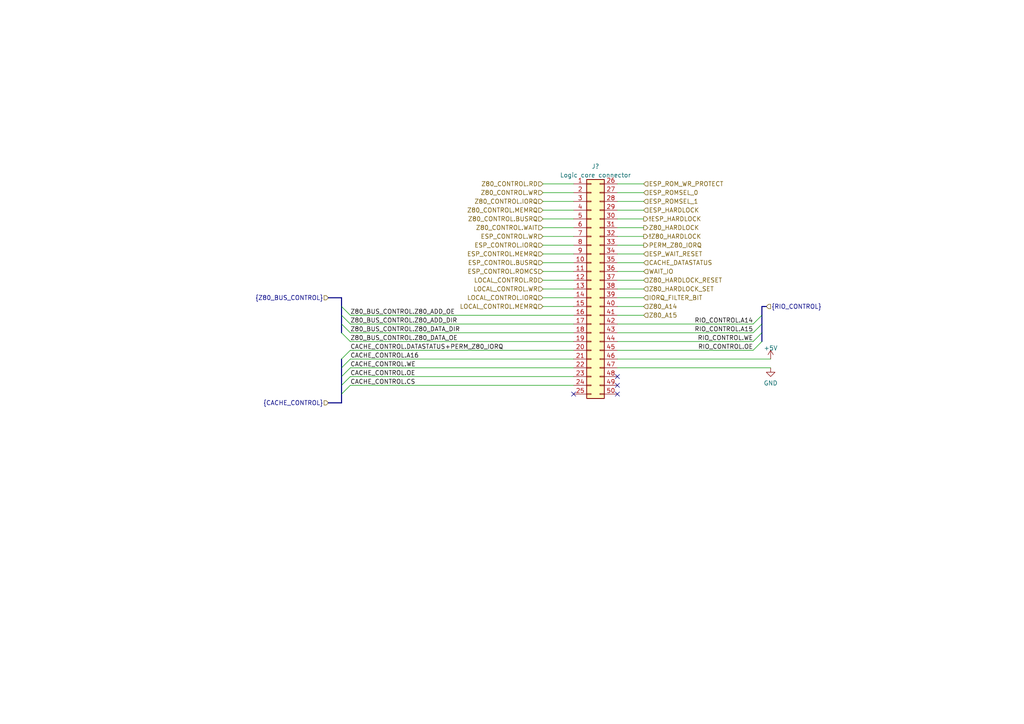
<source format=kicad_sch>
(kicad_sch (version 20230121) (generator eeschema)
  (paper "A4")
  (lib_symbols
    (symbol "Connector_Generic:Conn_02x25_Top_Bottom" (pin_names (offset 1.016) hide)
      (property "Reference" "J" (at 1.27 33.02 0))
      (property "Value" "Conn_02x25_Top_Bottom" (at 1.27 -33.02 0))
      (symbol "Conn_02x25_Top_Bottom_1_1"
        (rectangle (start -1.27 -30.353) (end 0 -30.607) (stroke (width 0.1524)))
        (rectangle (start -1.27 -27.813) (end 0 -28.067) (stroke (width 0.1524)))
        (rectangle (start -1.27 -25.273) (end 0 -25.527) (stroke (width 0.1524)))
        (rectangle (start -1.27 -22.733) (end 0 -22.987) (stroke (width 0.1524)))
        (rectangle (start -1.27 -20.193) (end 0 -20.447) (stroke (width 0.1524)))
        (rectangle (start -1.27 -17.653) (end 0 -17.907) (stroke (width 0.1524)))
        (rectangle (start -1.27 -15.113) (end 0 -15.367) (stroke (width 0.1524)))
        (rectangle (start -1.27 -12.573) (end 0 -12.827) (stroke (width 0.1524)))
        (rectangle (start -1.27 -10.033) (end 0 -10.287) (stroke (width 0.1524)))
        (rectangle (start -1.27 -7.493) (end 0 -7.747) (stroke (width 0.1524)))
        (rectangle (start -1.27 -4.953) (end 0 -5.207) (stroke (width 0.1524)))
        (rectangle (start -1.27 -2.413) (end 0 -2.667) (stroke (width 0.1524)))
        (rectangle (start -1.27 0.127) (end 0 -0.127) (stroke (width 0.1524)))
        (rectangle (start -1.27 2.667) (end 0 2.413) (stroke (width 0.1524)))
        (rectangle (start -1.27 5.207) (end 0 4.953) (stroke (width 0.1524)))
        (rectangle (start -1.27 7.747) (end 0 7.493) (stroke (width 0.1524)))
        (rectangle (start -1.27 10.287) (end 0 10.033) (stroke (width 0.1524)))
        (rectangle (start -1.27 12.827) (end 0 12.573) (stroke (width 0.1524)))
        (rectangle (start -1.27 15.367) (end 0 15.113) (stroke (width 0.1524)))
        (rectangle (start -1.27 17.907) (end 0 17.653) (stroke (width 0.1524)))
        (rectangle (start -1.27 20.447) (end 0 20.193) (stroke (width 0.1524)))
        (rectangle (start -1.27 22.987) (end 0 22.733) (stroke (width 0.1524)))
        (rectangle (start -1.27 25.527) (end 0 25.273) (stroke (width 0.1524)))
        (rectangle (start -1.27 28.067) (end 0 27.813) (stroke (width 0.1524)))
        (rectangle (start -1.27 30.607) (end 0 30.353) (stroke (width 0.1524)))
        (rectangle (start -1.27 31.75) (end 3.81 -31.75) (stroke (width 0.254)) (fill (type background)))
        (rectangle (start 3.81 -30.353) (end 2.54 -30.607) (stroke (width 0.1524)))
        (rectangle (start 3.81 -27.813) (end 2.54 -28.067) (stroke (width 0.1524)))
        (rectangle (start 3.81 -25.273) (end 2.54 -25.527) (stroke (width 0.1524)))
        (rectangle (start 3.81 -22.733) (end 2.54 -22.987) (stroke (width 0.1524)))
        (rectangle (start 3.81 -20.193) (end 2.54 -20.447) (stroke (width 0.1524)))
        (rectangle (start 3.81 -17.653) (end 2.54 -17.907) (stroke (width 0.1524)))
        (rectangle (start 3.81 -15.113) (end 2.54 -15.367) (stroke (width 0.1524)))
        (rectangle (start 3.81 -12.573) (end 2.54 -12.827) (stroke (width 0.1524)))
        (rectangle (start 3.81 -10.033) (end 2.54 -10.287) (stroke (width 0.1524)))
        (rectangle (start 3.81 -7.493) (end 2.54 -7.747) (stroke (width 0.1524)))
        (rectangle (start 3.81 -4.953) (end 2.54 -5.207) (stroke (width 0.1524)))
        (rectangle (start 3.81 -2.413) (end 2.54 -2.667) (stroke (width 0.1524)))
        (rectangle (start 3.81 0.127) (end 2.54 -0.127) (stroke (width 0.1524)))
        (rectangle (start 3.81 2.667) (end 2.54 2.413) (stroke (width 0.1524)))
        (rectangle (start 3.81 5.207) (end 2.54 4.953) (stroke (width 0.1524)))
        (rectangle (start 3.81 7.747) (end 2.54 7.493) (stroke (width 0.1524)))
        (rectangle (start 3.81 10.287) (end 2.54 10.033) (stroke (width 0.1524)))
        (rectangle (start 3.81 12.827) (end 2.54 12.573) (stroke (width 0.1524)))
        (rectangle (start 3.81 15.367) (end 2.54 15.113) (stroke (width 0.1524)))
        (rectangle (start 3.81 17.907) (end 2.54 17.653) (stroke (width 0.1524)))
        (rectangle (start 3.81 20.447) (end 2.54 20.193) (stroke (width 0.1524)))
        (rectangle (start 3.81 22.987) (end 2.54 22.733) (stroke (width 0.1524)))
        (rectangle (start 3.81 25.527) (end 2.54 25.273) (stroke (width 0.1524)))
        (rectangle (start 3.81 28.067) (end 2.54 27.813) (stroke (width 0.1524)))
        (rectangle (start 3.81 30.607) (end 2.54 30.353) (stroke (width 0.1524)))
        (pin passive line (at -5.08 30.48 0) (length 3.81) (name "Pin_1") (number "1"))
        (pin passive line (at -5.08 7.62 0) (length 3.81) (name "Pin_10") (number "10"))
        (pin passive line (at -5.08 5.08 0) (length 3.81) (name "Pin_11") (number "11"))
        (pin passive line (at -5.08 2.54 0) (length 3.81) (name "Pin_12") (number "12"))
        (pin passive line (at -5.08 0 0) (length 3.81) (name "Pin_13") (number "13"))
        (pin passive line (at -5.08 -2.54 0) (length 3.81) (name "Pin_14") (number "14"))
        (pin passive line (at -5.08 -5.08 0) (length 3.81) (name "Pin_15") (number "15"))
        (pin passive line (at -5.08 -7.62 0) (length 3.81) (name "Pin_16") (number "16"))
        (pin passive line (at -5.08 -10.16 0) (length 3.81) (name "Pin_17") (number "17"))
        (pin passive line (at -5.08 -12.7 0) (length 3.81) (name "Pin_18") (number "18"))
        (pin passive line (at -5.08 -15.24 0) (length 3.81) (name "Pin_19") (number "19"))
        (pin passive line (at -5.08 27.94 0) (length 3.81) (name "Pin_2") (number "2"))
        (pin passive line (at -5.08 -17.78 0) (length 3.81) (name "Pin_20") (number "20"))
        (pin passive line (at -5.08 -20.32 0) (length 3.81) (name "Pin_21") (number "21"))
        (pin passive line (at -5.08 -22.86 0) (length 3.81) (name "Pin_22") (number "22"))
        (pin passive line (at -5.08 -25.4 0) (length 3.81) (name "Pin_23") (number "23"))
        (pin passive line (at -5.08 -27.94 0) (length 3.81) (name "Pin_24") (number "24"))
        (pin passive line (at -5.08 -30.48 0) (length 3.81) (name "Pin_25") (number "25"))
        (pin passive line (at 7.62 30.48 180) (length 3.81) (name "Pin_26") (number "26"))
        (pin passive line (at 7.62 27.94 180) (length 3.81) (name "Pin_27") (number "27"))
        (pin passive line (at 7.62 25.4 180) (length 3.81) (name "Pin_28") (number "28"))
        (pin passive line (at 7.62 22.86 180) (length 3.81) (name "Pin_29") (number "29"))
        (pin passive line (at -5.08 25.4 0) (length 3.81) (name "Pin_3") (number "3"))
        (pin passive line (at 7.62 20.32 180) (length 3.81) (name "Pin_30") (number "30"))
        (pin passive line (at 7.62 17.78 180) (length 3.81) (name "Pin_31") (number "31"))
        (pin passive line (at 7.62 15.24 180) (length 3.81) (name "Pin_32") (number "32"))
        (pin passive line (at 7.62 12.7 180) (length 3.81) (name "Pin_33") (number "33"))
        (pin passive line (at 7.62 10.16 180) (length 3.81) (name "Pin_34") (number "34"))
        (pin passive line (at 7.62 7.62 180) (length 3.81) (name "Pin_35") (number "35"))
        (pin passive line (at 7.62 5.08 180) (length 3.81) (name "Pin_36") (number "36"))
        (pin passive line (at 7.62 2.54 180) (length 3.81) (name "Pin_37") (number "37"))
        (pin passive line (at 7.62 0 180) (length 3.81) (name "Pin_38") (number "38"))
        (pin passive line (at 7.62 -2.54 180) (length 3.81) (name "Pin_39") (number "39"))
        (pin passive line (at -5.08 22.86 0) (length 3.81) (name "Pin_4") (number "4"))
        (pin passive line (at 7.62 -5.08 180) (length 3.81) (name "Pin_40") (number "40"))
        (pin passive line (at 7.62 -7.62 180) (length 3.81) (name "Pin_41") (number "41"))
        (pin passive line (at 7.62 -10.16 180) (length 3.81) (name "Pin_42") (number "42"))
        (pin passive line (at 7.62 -12.7 180) (length 3.81) (name "Pin_43") (number "43"))
        (pin passive line (at 7.62 -15.24 180) (length 3.81) (name "Pin_44") (number "44"))
        (pin passive line (at 7.62 -17.78 180) (length 3.81) (name "Pin_45") (number "45"))
        (pin passive line (at 7.62 -20.32 180) (length 3.81) (name "Pin_46") (number "46"))
        (pin passive line (at 7.62 -22.86 180) (length 3.81) (name "Pin_47") (number "47"))
        (pin passive line (at 7.62 -25.4 180) (length 3.81) (name "Pin_48") (number "48"))
        (pin passive line (at 7.62 -27.94 180) (length 3.81) (name "Pin_49") (number "49"))
        (pin passive line (at -5.08 20.32 0) (length 3.81) (name "Pin_5") (number "5"))
        (pin passive line (at 7.62 -30.48 180) (length 3.81) (name "Pin_50") (number "50"))
        (pin passive line (at -5.08 17.78 0) (length 3.81) (name "Pin_6") (number "6"))
        (pin passive line (at -5.08 15.24 0) (length 3.81) (name "Pin_7") (number "7"))
        (pin passive line (at -5.08 12.7 0) (length 3.81) (name "Pin_8") (number "8"))
        (pin passive line (at -5.08 10.16 0) (length 3.81) (name "Pin_9") (number "9"))
      )
    )
    (symbol "power:+5V" (power) (pin_names (offset 0))
      (property "Value" "+5V" (at 0 3.556 0))
      (symbol "+5V_0_1"
        (polyline (pts (xy -0.762 1.27) (xy 0 2.54)))
        (polyline (pts (xy 0 0) (xy 0 2.54)))
        (polyline (pts (xy 0 2.54) (xy 0.762 1.27)))
      )
      (symbol "+5V_1_1"
        (pin power_in line (at 0 0 90) (length 0) hide (name "+5V") (number "1"))
      )
    )
    (symbol "power:GND" (power) (pin_names (offset 0))
      (property "Value" "GND" (at 0 -3.81 0))
      (symbol "GND_0_1"
        (polyline (pts (xy 0 0) (xy 0 -1.27) (xy 1.27 -1.27) (xy 0 -2.54) (xy -1.27 -1.27) (xy 0 -1.27)))
      )
      (symbol "GND_1_1"
        (pin power_in line (at 0 0 270) (length 0) hide (name "GND") (number "1"))
      )
    )
  )
  (no_connect (at 179.07 114.3))
  (no_connect (at 179.07 111.76))
  (no_connect (at 179.07 109.22))
  (no_connect (at 166.37 114.3))
  (bus_entry (at 99.06 91.44) (size 2.54 2.54))
  (bus_entry (at 101.6 101.6) (size -2.54 2.54))
  (bus_entry (at 218.44 99.06) (size 2.54 -2.54))
  (bus_entry (at 101.6 106.68) (size -2.54 2.54))
  (bus_entry (at 218.44 101.6) (size 2.54 -2.54))
  (bus_entry (at 218.44 93.98) (size 2.54 -2.54))
  (bus_entry (at 101.6 111.76) (size -2.54 2.54))
  (bus_entry (at 99.06 96.52) (size 2.54 2.54))
  (bus_entry (at 101.6 104.14) (size -2.54 2.54))
  (bus_entry (at 99.06 93.98) (size 2.54 2.54))
  (bus_entry (at 99.06 88.9) (size 2.54 2.54))
  (bus_entry (at 101.6 109.22) (size -2.54 2.54))
  (bus_entry (at 218.44 96.52) (size 2.54 -2.54))
  (bus (pts (xy 220.98 96.52) (xy 220.98 99.06)))
  (bus (pts (xy 99.06 109.22) (xy 99.06 111.76)))
  (wire (pts (xy 179.07 106.68) (xy 223.52 106.68)))
  (bus (pts (xy 220.98 88.9) (xy 220.98 91.44)))
  (bus (pts (xy 99.06 106.68) (xy 99.06 109.22)))
  (wire (pts (xy 101.6 93.98) (xy 166.37 93.98)))
  (wire (pts (xy 101.6 106.68) (xy 166.37 106.68)))
  (wire (pts (xy 166.37 63.5) (xy 157.48 63.5)))
  (wire (pts (xy 166.37 81.28) (xy 157.48 81.28)))
  (wire (pts (xy 101.6 109.22) (xy 166.37 109.22)))
  (wire (pts (xy 179.07 55.88) (xy 186.69 55.88)))
  (bus (pts (xy 95.25 86.36) (xy 99.06 86.36)))
  (bus (pts (xy 99.06 104.14) (xy 99.06 106.68)))
  (wire (pts (xy 166.37 71.12) (xy 157.48 71.12)))
  (wire (pts (xy 179.07 63.5) (xy 186.69 63.5)))
  (wire (pts (xy 101.6 111.76) (xy 166.37 111.76)))
  (wire (pts (xy 166.37 68.58) (xy 157.48 68.58)))
  (wire (pts (xy 101.6 99.06) (xy 166.37 99.06)))
  (wire (pts (xy 186.69 76.2) (xy 179.07 76.2)))
  (wire (pts (xy 179.07 88.9) (xy 186.69 88.9)))
  (wire (pts (xy 179.07 91.44) (xy 186.69 91.44)))
  (wire (pts (xy 179.07 101.6) (xy 218.44 101.6)))
  (wire (pts (xy 179.07 86.36) (xy 186.69 86.36)))
  (wire (pts (xy 166.37 73.66) (xy 157.48 73.66)))
  (wire (pts (xy 166.37 76.2) (xy 157.48 76.2)))
  (wire (pts (xy 179.07 104.14) (xy 223.52 104.14)))
  (wire (pts (xy 101.6 104.14) (xy 166.37 104.14)))
  (wire (pts (xy 179.07 99.06) (xy 218.44 99.06)))
  (wire (pts (xy 157.48 58.42) (xy 166.37 58.42)))
  (wire (pts (xy 179.07 53.34) (xy 186.69 53.34)))
  (wire (pts (xy 166.37 55.88) (xy 157.48 55.88)))
  (bus (pts (xy 99.06 88.9) (xy 99.06 91.44)))
  (wire (pts (xy 166.37 86.36) (xy 157.48 86.36)))
  (wire (pts (xy 101.6 91.44) (xy 166.37 91.44)))
  (wire (pts (xy 101.6 96.52) (xy 166.37 96.52)))
  (bus (pts (xy 220.98 91.44) (xy 220.98 93.98)))
  (wire (pts (xy 186.69 66.04) (xy 179.07 66.04)))
  (bus (pts (xy 99.06 93.98) (xy 99.06 96.52)))
  (wire (pts (xy 179.07 83.82) (xy 186.69 83.82)))
  (bus (pts (xy 99.06 86.36) (xy 99.06 88.9)))
  (wire (pts (xy 179.07 68.58) (xy 186.69 68.58)))
  (wire (pts (xy 166.37 83.82) (xy 157.48 83.82)))
  (wire (pts (xy 166.37 78.74) (xy 157.48 78.74)))
  (wire (pts (xy 179.07 73.66) (xy 186.69 73.66)))
  (wire (pts (xy 166.37 53.34) (xy 157.48 53.34)))
  (bus (pts (xy 99.06 111.76) (xy 99.06 114.3)))
  (bus (pts (xy 99.06 116.84) (xy 95.25 116.84)))
  (wire (pts (xy 179.07 78.74) (xy 186.69 78.74)))
  (wire (pts (xy 186.69 58.42) (xy 179.07 58.42)))
  (bus (pts (xy 99.06 114.3) (xy 99.06 116.84)))
  (wire (pts (xy 179.07 81.28) (xy 186.69 81.28)))
  (wire (pts (xy 179.07 60.96) (xy 186.69 60.96)))
  (wire (pts (xy 179.07 96.52) (xy 218.44 96.52)))
  (bus (pts (xy 99.06 91.44) (xy 99.06 93.98)))
  (wire (pts (xy 166.37 66.04) (xy 157.48 66.04)))
  (bus (pts (xy 222.25 88.9) (xy 220.98 88.9)))
  (wire (pts (xy 166.37 88.9) (xy 157.48 88.9)))
  (wire (pts (xy 166.37 60.96) (xy 157.48 60.96)))
  (bus (pts (xy 220.98 93.98) (xy 220.98 96.52)))
  (wire (pts (xy 179.07 93.98) (xy 218.44 93.98)))
  (wire (pts (xy 101.6 101.6) (xy 166.37 101.6)))
  (wire (pts (xy 179.07 71.12) (xy 186.69 71.12)))
  (label "Z80_BUS_CONTROL.Z80_ADD_DIR" (at 101.6 93.98 0))
  (label "CACHE_CONTROL.CS" (at 101.6 111.76 0))
  (label "CACHE_CONTROL.WE" (at 101.6 106.68 0))
  (label "CACHE_CONTROL.OE" (at 101.6 109.22 0))
  (label "RIO_CONTROL.WE" (at 218.44 99.06 180))
  (label "CACHE_CONTROL.DATASTATUS+PERM_Z80_IORQ" (at 101.6 101.6 0))
  (label "Z80_BUS_CONTROL.Z80_ADD_OE" (at 101.6 91.44 0))
  (label "Z80_BUS_CONTROL.Z80_DATA_OE" (at 101.6 99.06 0))
  (label "RIO_CONTROL.A14" (at 218.44 93.98 180))
  (label "RIO_CONTROL.OE" (at 218.44 101.6 180))
  (label "Z80_BUS_CONTROL.Z80_DATA_DIR" (at 101.6 96.52 0))
  (label "RIO_CONTROL.A15" (at 218.44 96.52 180))
  (label "CACHE_CONTROL.A16" (at 101.6 104.14 0))
  (hierarchical_label "WAIT_IO" (shape input) (at 186.69 78.74 0))
  (hierarchical_label "Z80_A14" (shape input) (at 186.69 88.9 0))
  (hierarchical_label "ESP_WAIT_RESET" (shape input) (at 186.69 73.66 0))
  (hierarchical_label "Z80_HARDLOCK_SET" (shape input) (at 186.69 83.82 0))
  (hierarchical_label "ESP_CONTROL.MEMRQ" (shape input) (at 157.48 73.66 180))
  (hierarchical_label "LOCAL_CONTROL.WR" (shape input) (at 157.48 83.82 180))
  (hierarchical_label "Z80_CONTROL.MEMRQ" (shape input) (at 157.48 60.96 180))
  (hierarchical_label "ESP_ROM_WR_PROTECT" (shape input) (at 186.69 53.34 0))
  (hierarchical_label "ESP_CONTROL.IORQ" (shape input) (at 157.48 71.12 180))
  (hierarchical_label "Z80_CONTROL.IORQ" (shape input) (at 157.48 58.42 180))
  (hierarchical_label "Z80_CONTROL.RD" (shape input) (at 157.48 53.34 180))
  (hierarchical_label "Z80_HARDLOCK_RESET" (shape input) (at 186.69 81.28 0))
  (hierarchical_label "{CACHE_CONTROL}" (shape input) (at 95.25 116.84 180))
  (hierarchical_label "LOCAL_CONTROL.IORQ" (shape input) (at 157.48 86.36 180))
  (hierarchical_label "ESP_ROMSEL_0" (shape input) (at 186.69 55.88 0))
  (hierarchical_label "Z80_CONTROL.BUSRQ" (shape input) (at 157.48 63.5 180))
  (hierarchical_label "LOCAL_CONTROL.RD" (shape input) (at 157.48 81.28 180))
  (hierarchical_label "CACHE_DATASTATUS" (shape input) (at 186.69 76.2 0))
  (hierarchical_label "IORQ_FILTER_BIT" (shape input) (at 186.69 86.36 0))
  (hierarchical_label "Z80_CONTROL.WR" (shape input) (at 157.48 55.88 180))
  (hierarchical_label "ESP_HARDLOCK" (shape input) (at 186.69 60.96 0))
  (hierarchical_label "PERM_Z80_IORQ" (shape output) (at 186.69 71.12 0))
  (hierarchical_label "ESP_ROMSEL_1" (shape input) (at 186.69 58.42 0))
  (hierarchical_label "ESP_CONTROL.WR" (shape input) (at 157.48 68.58 180))
  (hierarchical_label "{Z80_BUS_CONTROL}" (shape input) (at 95.25 86.36 180))
  (hierarchical_label "ESP_CONTROL.BUSRQ" (shape input) (at 157.48 76.2 180))
  (hierarchical_label "LOCAL_CONTROL.MEMRQ" (shape input) (at 157.48 88.9 180))
  (hierarchical_label "ESP_CONTROL.ROMCS" (shape input) (at 157.48 78.74 180))
  (hierarchical_label "!ESP_HARDLOCK" (shape output) (at 186.69 63.5 0))
  (hierarchical_label "{RIO_CONTROL}" (shape input) (at 222.25 88.9 0))
  (hierarchical_label "Z80_HARDLOCK" (shape output) (at 186.69 66.04 0))
  (hierarchical_label "!Z80_HARDLOCK" (shape output) (at 186.69 68.58 0))
  (hierarchical_label "Z80_CONTROL.WAIT" (shape input) (at 157.48 66.04 180))
  (hierarchical_label "Z80_A15" (shape input) (at 186.69 91.44 0))
  (symbol (lib_id "power:+5V") (at 223.52 104.14 0) (unit 1)
    (property "Reference" "#PWR071" (effects hide))
    (property "Value" "+5V" (at 223.52 100.965 0))
    (instances (project "FujiNet_Z80Bus_ReferenceDesign" (path "" (reference "#PWR071") (unit 1)) (path "" (reference "#PWR073") (unit 1))) (project "GLUE_ZXspectrum" (path "" (reference "#PWR077") (unit 1))))
  )
  (symbol (lib_id "power:GND") (at 223.52 106.68 0) (unit 1)
    (property "Reference" "#PWR072" (effects hide))
    (property "Value" "GND" (at 223.52 111.125 0))
    (instances (project "FujiNet_Z80Bus_ReferenceDesign" (path "" (reference "#PWR072") (unit 1)) (path "" (reference "#PWR074") (unit 1))) (project "GLUE_ZXspectrum" (path "" (reference "#PWR078") (unit 1))))
  )
  (symbol (lib_id "Connector_Generic:Conn_02x25_Top_Bottom") (at 171.45 83.82 0) (unit 1)
    (property "Reference" "J?" (at 172.72 48.26 0))
    (property "Value" "Logic core connector" (at 172.72 50.8 0))
    (property "Footprint" "Connector_PinHeader_2.54mm:PinHeader_2x25_P2.54mm_Vertical" (effects hide))
    (instances (project "FujiNet_Z80Bus_ReferenceDesign" (path "" (reference "J?") (unit 1)) (path "" (reference "J3") (unit 1)) (path "" (reference "J4") (unit 1))) (project "GLUE_ZXspectrum" (path "" (reference "J4") (unit 1))))
  )
)
</source>
